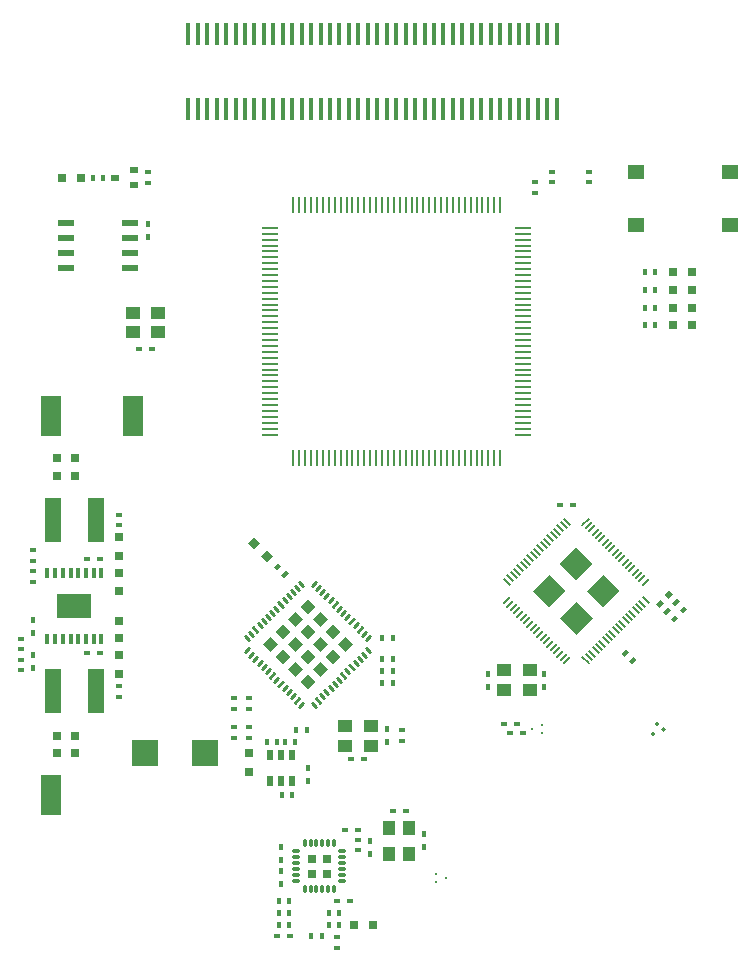
<source format=gbr>
G04 #@! TF.FileFunction,Paste,Top*
%FSLAX46Y46*%
G04 Gerber Fmt 4.6, Leading zero omitted, Abs format (unit mm)*
G04 Created by KiCad (PCBNEW 4.0.7) date 03/16/19 17:50:55*
%MOMM*%
%LPD*%
G01*
G04 APERTURE LIST*
%ADD10C,0.100000*%
%ADD11C,0.225000*%
%ADD12R,0.360000X1.890000*%
%ADD13R,0.450000X0.540000*%
%ADD14C,0.180000*%
%ADD15R,0.720000X0.675000*%
%ADD16R,0.540000X0.450000*%
%ADD17R,0.675000X0.720000*%
%ADD18R,0.720000X0.720000*%
%ADD19R,1.350000X3.780000*%
%ADD20R,0.720000X0.540000*%
%ADD21R,0.540000X0.360000*%
%ADD22R,0.360000X0.540000*%
%ADD23R,0.270000X0.270000*%
%ADD24R,0.405000X0.945000*%
%ADD25R,3.000000X2.040000*%
%ADD26R,0.585000X0.954000*%
%ADD27R,1.395000X0.540000*%
%ADD28R,1.395000X0.270000*%
%ADD29R,0.270000X1.395000*%
%ADD30R,1.170000X0.990000*%
%ADD31R,1.260000X1.080000*%
%ADD32R,1.080000X1.260000*%
%ADD33O,0.270000X0.765000*%
%ADD34O,0.765000X0.270000*%
%ADD35R,0.780000X0.780000*%
%ADD36R,2.295000X2.250000*%
%ADD37R,1.395000X1.170000*%
%ADD38R,1.800000X3.420000*%
G04 APERTURE END LIST*
D10*
G36*
X138431623Y-106500000D02*
X139068019Y-105863604D01*
X139704415Y-106500000D01*
X139068019Y-107136396D01*
X138431623Y-106500000D01*
X138431623Y-106500000D01*
G37*
G36*
X139492284Y-105439340D02*
X140128680Y-104802944D01*
X140765076Y-105439340D01*
X140128680Y-106075736D01*
X139492284Y-105439340D01*
X139492284Y-105439340D01*
G37*
G36*
X139492284Y-107560660D02*
X140128680Y-106924264D01*
X140765076Y-107560660D01*
X140128680Y-108197056D01*
X139492284Y-107560660D01*
X139492284Y-107560660D01*
G37*
G36*
X140552944Y-106500000D02*
X141189340Y-105863604D01*
X141825736Y-106500000D01*
X141189340Y-107136396D01*
X140552944Y-106500000D01*
X140552944Y-106500000D01*
G37*
G36*
X141613604Y-103318019D02*
X142250000Y-102681623D01*
X142886396Y-103318019D01*
X142250000Y-103954415D01*
X141613604Y-103318019D01*
X141613604Y-103318019D01*
G37*
G36*
X140552944Y-104378680D02*
X141189340Y-103742284D01*
X141825736Y-104378680D01*
X141189340Y-105015076D01*
X140552944Y-104378680D01*
X140552944Y-104378680D01*
G37*
G36*
X141613604Y-105439340D02*
X142250000Y-104802944D01*
X142886396Y-105439340D01*
X142250000Y-106075736D01*
X141613604Y-105439340D01*
X141613604Y-105439340D01*
G37*
G36*
X142674264Y-104378680D02*
X143310660Y-103742284D01*
X143947056Y-104378680D01*
X143310660Y-105015076D01*
X142674264Y-104378680D01*
X142674264Y-104378680D01*
G37*
G36*
X143734924Y-107560660D02*
X144371320Y-106924264D01*
X145007716Y-107560660D01*
X144371320Y-108197056D01*
X143734924Y-107560660D01*
X143734924Y-107560660D01*
G37*
G36*
X144795585Y-106500000D02*
X145431981Y-105863604D01*
X146068377Y-106500000D01*
X145431981Y-107136396D01*
X144795585Y-106500000D01*
X144795585Y-106500000D01*
G37*
G36*
X143734924Y-105439340D02*
X144371320Y-104802944D01*
X145007716Y-105439340D01*
X144371320Y-106075736D01*
X143734924Y-105439340D01*
X143734924Y-105439340D01*
G37*
G36*
X142674264Y-106500000D02*
X143310660Y-105863604D01*
X143947056Y-106500000D01*
X143310660Y-107136396D01*
X142674264Y-106500000D01*
X142674264Y-106500000D01*
G37*
G36*
X142674264Y-108621320D02*
X143310660Y-107984924D01*
X143947056Y-108621320D01*
X143310660Y-109257716D01*
X142674264Y-108621320D01*
X142674264Y-108621320D01*
G37*
G36*
X141613604Y-109681981D02*
X142250000Y-109045585D01*
X142886396Y-109681981D01*
X142250000Y-110318377D01*
X141613604Y-109681981D01*
X141613604Y-109681981D01*
G37*
G36*
X140552944Y-108621320D02*
X141189340Y-107984924D01*
X141825736Y-108621320D01*
X141189340Y-109257716D01*
X140552944Y-108621320D01*
X140552944Y-108621320D01*
G37*
D11*
X142955339Y-111801533D02*
X142605321Y-111451515D01*
X143308892Y-111447980D02*
X142958874Y-111097962D01*
X143662446Y-111094426D02*
X143312428Y-110744408D01*
X144015999Y-110740873D02*
X143665981Y-110390855D01*
X144369553Y-110387320D02*
X144019535Y-110037302D01*
X144723106Y-110033766D02*
X144373088Y-109683748D01*
X145076659Y-109680213D02*
X144726641Y-109330195D01*
X145430213Y-109326659D02*
X145080195Y-108976641D01*
X145783766Y-108973106D02*
X145433748Y-108623088D01*
X146137320Y-108619553D02*
X145787302Y-108269535D01*
X146490873Y-108265999D02*
X146140855Y-107915981D01*
X146844426Y-107912446D02*
X146494408Y-107562428D01*
X147197980Y-107558892D02*
X146847962Y-107208874D01*
X147551533Y-107205339D02*
X147201515Y-106855321D01*
X147551533Y-105794661D02*
X147201515Y-106144679D01*
X147197980Y-105441108D02*
X146847962Y-105791126D01*
X146844426Y-105087554D02*
X146494408Y-105437572D01*
X146490873Y-104734001D02*
X146140855Y-105084019D01*
X146137320Y-104380447D02*
X145787302Y-104730465D01*
X145783766Y-104026894D02*
X145433748Y-104376912D01*
X145430213Y-103673341D02*
X145080195Y-104023359D01*
X145076659Y-103319787D02*
X144726641Y-103669805D01*
X144723106Y-102966234D02*
X144373088Y-103316252D01*
X144369553Y-102612680D02*
X144019535Y-102962698D01*
X144015999Y-102259127D02*
X143665981Y-102609145D01*
X143662446Y-101905574D02*
X143312428Y-102255592D01*
X143308892Y-101552020D02*
X142958874Y-101902038D01*
X142955339Y-101198467D02*
X142605321Y-101548485D01*
X141894679Y-101548485D02*
X141544661Y-101198467D01*
X141541126Y-101902038D02*
X141191108Y-101552020D01*
X141187572Y-102255592D02*
X140837554Y-101905574D01*
X140834019Y-102609145D02*
X140484001Y-102259127D01*
X140480465Y-102962698D02*
X140130447Y-102612680D01*
X140126912Y-103316252D02*
X139776894Y-102966234D01*
X139773359Y-103669805D02*
X139423341Y-103319787D01*
X139419805Y-104023359D02*
X139069787Y-103673341D01*
X139066252Y-104376912D02*
X138716234Y-104026894D01*
X138712698Y-104730465D02*
X138362680Y-104380447D01*
X138359145Y-105084019D02*
X138009127Y-104734001D01*
X138005592Y-105437572D02*
X137655574Y-105087554D01*
X137652038Y-105791126D02*
X137302020Y-105441108D01*
X137298485Y-106144679D02*
X136948467Y-105794661D01*
X137298485Y-106855321D02*
X136948467Y-107205339D01*
X137652038Y-107208874D02*
X137302020Y-107558892D01*
X138005592Y-107562428D02*
X137655574Y-107912446D01*
X138359145Y-107915981D02*
X138009127Y-108265999D01*
X138712698Y-108269535D02*
X138362680Y-108619553D01*
X139066252Y-108623088D02*
X138716234Y-108973106D01*
X139419805Y-108976641D02*
X139069787Y-109326659D01*
X139773359Y-109330195D02*
X139423341Y-109680213D01*
X140126912Y-109683748D02*
X139776894Y-110033766D01*
X140480465Y-110037302D02*
X140130447Y-110387320D01*
X140834019Y-110390855D02*
X140484001Y-110740873D01*
X141187572Y-110744408D02*
X140837554Y-111094426D01*
X141541126Y-111097962D02*
X141191108Y-111447980D01*
X141894679Y-111451515D02*
X141544661Y-111801533D01*
D10*
G36*
X141613604Y-107560660D02*
X142250000Y-106924264D01*
X142886396Y-107560660D01*
X142250000Y-108197056D01*
X141613604Y-107560660D01*
X141613604Y-107560660D01*
G37*
D12*
X147350000Y-61150000D03*
X148150000Y-61150000D03*
X146550000Y-61150000D03*
X145750000Y-61150000D03*
X144950000Y-61150000D03*
X144150000Y-61150000D03*
X143350000Y-61150000D03*
X142550000Y-61150000D03*
X141750000Y-61150000D03*
X140950000Y-61150000D03*
X140150000Y-61150000D03*
X139350000Y-61150000D03*
X138550000Y-61150000D03*
X137750000Y-61150000D03*
X136950000Y-61150000D03*
X136150000Y-61150000D03*
X135350000Y-61150000D03*
X134550000Y-61150000D03*
X133750000Y-61150000D03*
X132950000Y-61150000D03*
X132150000Y-61150000D03*
X148950000Y-61150000D03*
X149750000Y-61150000D03*
X150550000Y-61150000D03*
X151350000Y-61150000D03*
X152150000Y-61150000D03*
X152950000Y-61150000D03*
X153750000Y-61150000D03*
X154550000Y-61150000D03*
X155350000Y-61150000D03*
X156150000Y-61150000D03*
X156950000Y-61150000D03*
X157750000Y-61150000D03*
X158550000Y-61150000D03*
X159350000Y-61150000D03*
X160150000Y-61150000D03*
X160950000Y-61150000D03*
X161750000Y-61150000D03*
X162550000Y-61150000D03*
X163350000Y-61150000D03*
X163350000Y-54850000D03*
X162550000Y-54850000D03*
X161750000Y-54850000D03*
X160950000Y-54850000D03*
X160150000Y-54850000D03*
X159350000Y-54850000D03*
X158550000Y-54850000D03*
X157750000Y-54850000D03*
X156950000Y-54850000D03*
X156150000Y-54850000D03*
X155350000Y-54850000D03*
X154550000Y-54850000D03*
X153750000Y-54850000D03*
X152950000Y-54850000D03*
X152150000Y-54850000D03*
X151350000Y-54850000D03*
X150550000Y-54850000D03*
X149750000Y-54850000D03*
X148950000Y-54850000D03*
X148150000Y-54850000D03*
X147350000Y-54850000D03*
X146550000Y-54850000D03*
X145750000Y-54850000D03*
X144950000Y-54850000D03*
X144150000Y-54850000D03*
X143350000Y-54850000D03*
X142550000Y-54850000D03*
X141750000Y-54850000D03*
X140950000Y-54850000D03*
X140150000Y-54850000D03*
X139350000Y-54850000D03*
X138550000Y-54850000D03*
X137750000Y-54850000D03*
X136950000Y-54850000D03*
X136150000Y-54850000D03*
X135350000Y-54850000D03*
X134550000Y-54850000D03*
X133750000Y-54850000D03*
X132950000Y-54850000D03*
X132150000Y-54850000D03*
D13*
X152100000Y-123700000D03*
X152100000Y-122600000D03*
D10*
G36*
X165000000Y-102901561D02*
X166396536Y-104298097D01*
X165000000Y-105694633D01*
X163603464Y-104298097D01*
X165000000Y-102901561D01*
X165000000Y-102901561D01*
G37*
G36*
X162701903Y-100603464D02*
X164098439Y-102000000D01*
X162701903Y-103396536D01*
X161305367Y-102000000D01*
X162701903Y-100603464D01*
X162701903Y-100603464D01*
G37*
G36*
X165000000Y-98305367D02*
X166396536Y-99701903D01*
X165000000Y-101098439D01*
X163603464Y-99701903D01*
X165000000Y-98305367D01*
X165000000Y-98305367D01*
G37*
D14*
X158876456Y-103032375D02*
X159385572Y-102523259D01*
X159159298Y-103315218D02*
X159668414Y-102806102D01*
X159442141Y-103598061D02*
X159951257Y-103088945D01*
X159724984Y-103880904D02*
X160234100Y-103371788D01*
X160007827Y-104163746D02*
X160516943Y-103654630D01*
X160290669Y-104446589D02*
X160799785Y-103937473D01*
X160573512Y-104729432D02*
X161082628Y-104220316D01*
X160856355Y-105012274D02*
X161365471Y-104503158D01*
X161139197Y-105295117D02*
X161648313Y-104786001D01*
X161422040Y-105577960D02*
X161931156Y-105068844D01*
X161704883Y-105860803D02*
X162213999Y-105351687D01*
X161987726Y-106143645D02*
X162496842Y-105634529D01*
X162270568Y-106426488D02*
X162779684Y-105917372D01*
X162553411Y-106709331D02*
X163062527Y-106200215D01*
X162836254Y-106992173D02*
X163345370Y-106483057D01*
X163119096Y-107275016D02*
X163628212Y-106765900D01*
X163401939Y-107557859D02*
X163911055Y-107048743D01*
X163684782Y-107840702D02*
X164193898Y-107331586D01*
X163967625Y-108123544D02*
X164476741Y-107614428D01*
X166032375Y-108123544D02*
X165523259Y-107614428D01*
X166315218Y-107840702D02*
X165806102Y-107331586D01*
X166598061Y-107557859D02*
X166088945Y-107048743D01*
X166880904Y-107275016D02*
X166371788Y-106765900D01*
X167163746Y-106992173D02*
X166654630Y-106483057D01*
X167446589Y-106709331D02*
X166937473Y-106200215D01*
X167729432Y-106426488D02*
X167220316Y-105917372D01*
X168012274Y-106143645D02*
X167503158Y-105634529D01*
X168295117Y-105860803D02*
X167786001Y-105351687D01*
X168577960Y-105577960D02*
X168068844Y-105068844D01*
X168860803Y-105295117D02*
X168351687Y-104786001D01*
X169143645Y-105012274D02*
X168634529Y-104503158D01*
X169426488Y-104729432D02*
X168917372Y-104220316D01*
X169709331Y-104446589D02*
X169200215Y-103937473D01*
X169992173Y-104163746D02*
X169483057Y-103654630D01*
X170275016Y-103880904D02*
X169765900Y-103371788D01*
X170557859Y-103598061D02*
X170048743Y-103088945D01*
X170840702Y-103315218D02*
X170331586Y-102806102D01*
X171123544Y-103032375D02*
X170614428Y-102523259D01*
X170614428Y-101476741D02*
X171123544Y-100967625D01*
X170331586Y-101193898D02*
X170840702Y-100684782D01*
X170048743Y-100911055D02*
X170557859Y-100401939D01*
X169765900Y-100628212D02*
X170275016Y-100119096D01*
X169483057Y-100345370D02*
X169992173Y-99836254D01*
X169200215Y-100062527D02*
X169709331Y-99553411D01*
X168917372Y-99779684D02*
X169426488Y-99270568D01*
X168634529Y-99496842D02*
X169143645Y-98987726D01*
X168351687Y-99213999D02*
X168860803Y-98704883D01*
X168068844Y-98931156D02*
X168577960Y-98422040D01*
X167786001Y-98648313D02*
X168295117Y-98139197D01*
X167503158Y-98365471D02*
X168012274Y-97856355D01*
X167220316Y-98082628D02*
X167729432Y-97573512D01*
X166937473Y-97799785D02*
X167446589Y-97290669D01*
X166654630Y-97516943D02*
X167163746Y-97007827D01*
X166371788Y-97234100D02*
X166880904Y-96724984D01*
X166088945Y-96951257D02*
X166598061Y-96442141D01*
X165806102Y-96668414D02*
X166315218Y-96159298D01*
X165523259Y-96385572D02*
X166032375Y-95876456D01*
X164476741Y-96385572D02*
X163967625Y-95876456D01*
X164193898Y-96668414D02*
X163684782Y-96159298D01*
X163911055Y-96951257D02*
X163401939Y-96442141D01*
X163628212Y-97234100D02*
X163119096Y-96724984D01*
X163345370Y-97516943D02*
X162836254Y-97007827D01*
X163062527Y-97799785D02*
X162553411Y-97290669D01*
X162779684Y-98082628D02*
X162270568Y-97573512D01*
X162496842Y-98365471D02*
X161987726Y-97856355D01*
X162213999Y-98648313D02*
X161704883Y-98139197D01*
X161931156Y-98931156D02*
X161422040Y-98422040D01*
X161648313Y-99213999D02*
X161139197Y-98704883D01*
X161365471Y-99496842D02*
X160856355Y-98987726D01*
X161082628Y-99779684D02*
X160573512Y-99270568D01*
X160799785Y-100062527D02*
X160290669Y-99553411D01*
X160516943Y-100345370D02*
X160007827Y-99836254D01*
X160234100Y-100628212D02*
X159724984Y-100119096D01*
X159951257Y-100911055D02*
X159442141Y-100401939D01*
X159668414Y-101193898D02*
X159159298Y-100684782D01*
X159385572Y-101476741D02*
X158876456Y-100967625D01*
D10*
G36*
X167298097Y-100603464D02*
X168694633Y-102000000D01*
X167298097Y-103396536D01*
X165901561Y-102000000D01*
X167298097Y-100603464D01*
X167298097Y-100603464D01*
G37*
D15*
X122550000Y-90750000D03*
X121050000Y-90750000D03*
X122550000Y-92250000D03*
X121050000Y-92250000D03*
D13*
X119000000Y-108550000D03*
X119000000Y-107450000D03*
D16*
X123550000Y-99250000D03*
X124650000Y-99250000D03*
D17*
X126250000Y-102000000D03*
X126250000Y-100500000D03*
X126250000Y-104500000D03*
X126250000Y-106000000D03*
D15*
X122550000Y-115750000D03*
X121050000Y-115750000D03*
X122550000Y-114250000D03*
X121050000Y-114250000D03*
D16*
X123550000Y-107250000D03*
X124650000Y-107250000D03*
D13*
X119000000Y-105550000D03*
X119000000Y-104450000D03*
D10*
G36*
X172029271Y-103428927D02*
X171711073Y-103110729D01*
X172092911Y-102728891D01*
X172411109Y-103047089D01*
X172029271Y-103428927D01*
X172029271Y-103428927D01*
G37*
G36*
X172807089Y-102651109D02*
X172488891Y-102332911D01*
X172870729Y-101951073D01*
X173188927Y-102269271D01*
X172807089Y-102651109D01*
X172807089Y-102651109D01*
G37*
D16*
X163620000Y-94730000D03*
X164720000Y-94730000D03*
X159400000Y-114050000D03*
X160500000Y-114050000D03*
X158850000Y-113300000D03*
X159950000Y-113300000D03*
D13*
X162300000Y-109000000D03*
X162300000Y-110100000D03*
X157500000Y-110100000D03*
X157500000Y-109000000D03*
X142250000Y-118050000D03*
X142250000Y-116950000D03*
D16*
X145950000Y-116250000D03*
X147050000Y-116250000D03*
D13*
X149000000Y-113700000D03*
X149000000Y-114800000D03*
X128750000Y-70950000D03*
X128750000Y-72050000D03*
D16*
X127950000Y-81500000D03*
X129050000Y-81500000D03*
D13*
X140000000Y-124800000D03*
X140000000Y-123700000D03*
D16*
X144700000Y-128250000D03*
X145800000Y-128250000D03*
X145450000Y-122250000D03*
X146550000Y-122250000D03*
X139700000Y-131250000D03*
X140800000Y-131250000D03*
X149450000Y-120650000D03*
X150550000Y-120650000D03*
D13*
X140000000Y-125700000D03*
X140000000Y-126800000D03*
X147500000Y-124300000D03*
X147500000Y-123200000D03*
D18*
X126250000Y-99050000D03*
X126250000Y-97450000D03*
X126250000Y-107450000D03*
X126250000Y-109050000D03*
X137250000Y-117300000D03*
X137250000Y-115700000D03*
D10*
G36*
X137175198Y-97934315D02*
X137684315Y-97425198D01*
X138193432Y-97934315D01*
X137684315Y-98443432D01*
X137175198Y-97934315D01*
X137175198Y-97934315D01*
G37*
G36*
X138306568Y-99065685D02*
X138815685Y-98556568D01*
X139324802Y-99065685D01*
X138815685Y-99574802D01*
X138306568Y-99065685D01*
X138306568Y-99065685D01*
G37*
D18*
X121450000Y-67000000D03*
X123050000Y-67000000D03*
X146200000Y-130250000D03*
X147800000Y-130250000D03*
D19*
X120700000Y-96000000D03*
X124300000Y-96000000D03*
X120700000Y-110500000D03*
X124300000Y-110500000D03*
D20*
X127550000Y-67650000D03*
X127550000Y-66350000D03*
X125950000Y-67000000D03*
D21*
X119000000Y-98550000D03*
X119000000Y-99450000D03*
X119000000Y-100300000D03*
X119000000Y-101200000D03*
X126250000Y-96450000D03*
X126250000Y-95550000D03*
X126250000Y-110050000D03*
X126250000Y-110950000D03*
X118000000Y-108700000D03*
X118000000Y-107800000D03*
X118000000Y-106950000D03*
X118000000Y-106050000D03*
D10*
G36*
X168863604Y-107295442D02*
X169245442Y-106913604D01*
X169500000Y-107168162D01*
X169118162Y-107550000D01*
X168863604Y-107295442D01*
X168863604Y-107295442D01*
G37*
G36*
X169500000Y-107931838D02*
X169881838Y-107550000D01*
X170136396Y-107804558D01*
X169754558Y-108186396D01*
X169500000Y-107931838D01*
X169500000Y-107931838D01*
G37*
G36*
X172363604Y-103745442D02*
X172745442Y-103363604D01*
X173000000Y-103618162D01*
X172618162Y-104000000D01*
X172363604Y-103745442D01*
X172363604Y-103745442D01*
G37*
G36*
X173000000Y-104381838D02*
X173381838Y-104000000D01*
X173636396Y-104254558D01*
X173254558Y-104636396D01*
X173000000Y-104381838D01*
X173000000Y-104381838D01*
G37*
G36*
X174386396Y-103504558D02*
X174004558Y-103886396D01*
X173750000Y-103631838D01*
X174131838Y-103250000D01*
X174386396Y-103504558D01*
X174386396Y-103504558D01*
G37*
G36*
X173750000Y-102868162D02*
X173368162Y-103250000D01*
X173113604Y-102995442D01*
X173495442Y-102613604D01*
X173750000Y-102868162D01*
X173750000Y-102868162D01*
G37*
D22*
X149450000Y-108750000D03*
X148550000Y-108750000D03*
X149450000Y-107750000D03*
X148550000Y-107750000D03*
X149450000Y-106000000D03*
X148550000Y-106000000D03*
D21*
X166100000Y-66500000D03*
X166100000Y-67400000D03*
D22*
X148550000Y-109750000D03*
X149450000Y-109750000D03*
D21*
X150250000Y-113800000D03*
X150250000Y-114700000D03*
D22*
X141200000Y-114750000D03*
X140300000Y-114750000D03*
X141300000Y-113750000D03*
X142200000Y-113750000D03*
X140950000Y-119250000D03*
X140050000Y-119250000D03*
D21*
X136000000Y-113550000D03*
X136000000Y-114450000D03*
D22*
X138800000Y-114750000D03*
X139700000Y-114750000D03*
D21*
X136000000Y-111050000D03*
X136000000Y-111950000D03*
X137250000Y-114450000D03*
X137250000Y-113550000D03*
D10*
G36*
X139363604Y-99995442D02*
X139745442Y-99613604D01*
X140000000Y-99868162D01*
X139618162Y-100250000D01*
X139363604Y-99995442D01*
X139363604Y-99995442D01*
G37*
G36*
X140000000Y-100631838D02*
X140381838Y-100250000D01*
X140636396Y-100504558D01*
X140254558Y-100886396D01*
X140000000Y-100631838D01*
X140000000Y-100631838D01*
G37*
D22*
X124050000Y-67000000D03*
X124950000Y-67000000D03*
D21*
X162900000Y-67400000D03*
X162900000Y-66500000D03*
X161500000Y-67400000D03*
X161500000Y-68300000D03*
X128750000Y-66550000D03*
X128750000Y-67450000D03*
D22*
X139800000Y-130250000D03*
X140700000Y-130250000D03*
D21*
X144750000Y-132200000D03*
X144750000Y-131300000D03*
D22*
X139800000Y-128250000D03*
X140700000Y-128250000D03*
X143450000Y-131250000D03*
X142550000Y-131250000D03*
X144050000Y-130250000D03*
X144950000Y-130250000D03*
X139800000Y-129250000D03*
X140700000Y-129250000D03*
X144950000Y-129250000D03*
X144050000Y-129250000D03*
D21*
X146500000Y-123950000D03*
X146500000Y-123050000D03*
D23*
X153100000Y-125975000D03*
X153100000Y-126675000D03*
X153950000Y-126325000D03*
D24*
X124775000Y-100475000D03*
X124125000Y-100475000D03*
X123475000Y-100475000D03*
X122825000Y-100475000D03*
X122175000Y-100475000D03*
X121525000Y-100475000D03*
X120875000Y-100475000D03*
X120225000Y-100475000D03*
X120225000Y-106025000D03*
X120875000Y-106025000D03*
X121525000Y-106025000D03*
X122175000Y-106025000D03*
X122825000Y-106025000D03*
X123475000Y-106025000D03*
X124125000Y-106025000D03*
X124775000Y-106025000D03*
D25*
X122500000Y-103250000D03*
D26*
X140950000Y-115900000D03*
X140000000Y-115900000D03*
X139050000Y-115900000D03*
X139050000Y-118100000D03*
X140950000Y-118100000D03*
X140000000Y-118100000D03*
D27*
X121800000Y-70845000D03*
X121800000Y-72115000D03*
X121800000Y-73385000D03*
X121800000Y-74655000D03*
X127200000Y-74655000D03*
X127200000Y-73385000D03*
X127200000Y-72115000D03*
X127200000Y-70845000D03*
D28*
X160500000Y-88750000D03*
X160500000Y-88250000D03*
X160500000Y-87750000D03*
X160500000Y-87250000D03*
X160500000Y-86750000D03*
X160500000Y-86250000D03*
X160500000Y-85750000D03*
X160500000Y-85250000D03*
X160500000Y-84750000D03*
X160500000Y-84250000D03*
X160500000Y-83750000D03*
X160500000Y-83250000D03*
X160500000Y-82750000D03*
X160500000Y-82250000D03*
X160500000Y-81750000D03*
X160500000Y-81250000D03*
X160500000Y-80750000D03*
X160500000Y-80250000D03*
X160500000Y-79750000D03*
X160500000Y-79250000D03*
X160500000Y-78750000D03*
X160500000Y-78250000D03*
X160500000Y-77750000D03*
X160500000Y-77250000D03*
X160500000Y-76750000D03*
X160500000Y-76250000D03*
X160500000Y-75750000D03*
X160500000Y-75250000D03*
X160500000Y-74750000D03*
X160500000Y-74250000D03*
X160500000Y-73750000D03*
X160500000Y-73250000D03*
X160500000Y-72750000D03*
X160500000Y-72250000D03*
X160500000Y-71750000D03*
X160500000Y-71250000D03*
D29*
X158550000Y-69300000D03*
X158050000Y-69300000D03*
X157550000Y-69300000D03*
X157050000Y-69300000D03*
X156550000Y-69300000D03*
X156050000Y-69300000D03*
X155550000Y-69300000D03*
X155050000Y-69300000D03*
X154550000Y-69300000D03*
X154050000Y-69300000D03*
X153550000Y-69300000D03*
X153050000Y-69300000D03*
X152550000Y-69300000D03*
X152050000Y-69300000D03*
X151550000Y-69300000D03*
X151050000Y-69300000D03*
X150550000Y-69300000D03*
X150050000Y-69300000D03*
X149550000Y-69300000D03*
X149050000Y-69300000D03*
X148550000Y-69300000D03*
X148050000Y-69300000D03*
X147550000Y-69300000D03*
X147050000Y-69300000D03*
X146550000Y-69300000D03*
X146050000Y-69300000D03*
X145550000Y-69300000D03*
X145050000Y-69300000D03*
X144550000Y-69300000D03*
X144050000Y-69300000D03*
X143550000Y-69300000D03*
X143050000Y-69300000D03*
X142550000Y-69300000D03*
X142050000Y-69300000D03*
X141550000Y-69300000D03*
X141050000Y-69300000D03*
D28*
X139100000Y-71250000D03*
X139100000Y-71750000D03*
X139100000Y-72250000D03*
X139100000Y-72750000D03*
X139100000Y-73250000D03*
X139100000Y-73750000D03*
X139100000Y-74250000D03*
X139100000Y-74750000D03*
X139100000Y-75250000D03*
X139100000Y-75750000D03*
X139100000Y-76250000D03*
X139100000Y-76750000D03*
X139100000Y-77250000D03*
X139100000Y-77750000D03*
X139100000Y-78250000D03*
X139100000Y-78750000D03*
X139100000Y-79250000D03*
X139100000Y-79750000D03*
X139100000Y-80250000D03*
X139100000Y-80750000D03*
X139100000Y-81250000D03*
X139100000Y-81750000D03*
X139100000Y-82250000D03*
X139100000Y-82750000D03*
X139100000Y-83250000D03*
X139100000Y-83750000D03*
X139100000Y-84250000D03*
X139100000Y-84750000D03*
X139100000Y-85250000D03*
X139100000Y-85750000D03*
X139100000Y-86250000D03*
X139100000Y-86750000D03*
X139100000Y-87250000D03*
X139100000Y-87750000D03*
X139100000Y-88250000D03*
X139100000Y-88750000D03*
D29*
X141050000Y-90700000D03*
X141550000Y-90700000D03*
X142050000Y-90700000D03*
X142550000Y-90700000D03*
X143050000Y-90700000D03*
X143550000Y-90700000D03*
X144050000Y-90700000D03*
X144550000Y-90700000D03*
X145050000Y-90700000D03*
X145550000Y-90700000D03*
X146050000Y-90700000D03*
X146550000Y-90700000D03*
X147050000Y-90700000D03*
X147550000Y-90700000D03*
X148050000Y-90700000D03*
X148550000Y-90700000D03*
X149050000Y-90700000D03*
X149550000Y-90700000D03*
X150050000Y-90700000D03*
X150550000Y-90700000D03*
X151050000Y-90700000D03*
X151550000Y-90700000D03*
X152050000Y-90700000D03*
X152550000Y-90700000D03*
X153050000Y-90700000D03*
X153550000Y-90700000D03*
X154050000Y-90700000D03*
X154550000Y-90700000D03*
X155050000Y-90700000D03*
X155550000Y-90700000D03*
X156050000Y-90700000D03*
X156550000Y-90700000D03*
X157050000Y-90700000D03*
X157550000Y-90700000D03*
X158050000Y-90700000D03*
X158550000Y-90700000D03*
D30*
X127450000Y-80075000D03*
X129550000Y-80075000D03*
X129550000Y-78425000D03*
X127450000Y-78425000D03*
D31*
X158900000Y-110400000D03*
X161100000Y-110400000D03*
X161100000Y-108700000D03*
X158900000Y-108700000D03*
X147600000Y-113400000D03*
X145400000Y-113400000D03*
X145400000Y-115100000D03*
X147600000Y-115100000D03*
D32*
X149165166Y-122065292D03*
X149165166Y-124265292D03*
X150865166Y-124265292D03*
X150865166Y-122065292D03*
D21*
X137250000Y-111950000D03*
X137250000Y-111050000D03*
D23*
X162075000Y-114025000D03*
X162075000Y-113325000D03*
X161225000Y-113675000D03*
D10*
G36*
X172557304Y-113717087D02*
X172366385Y-113908006D01*
X172175466Y-113717087D01*
X172366385Y-113526168D01*
X172557304Y-113717087D01*
X172557304Y-113717087D01*
G37*
G36*
X172062329Y-113222112D02*
X171871410Y-113413031D01*
X171680491Y-113222112D01*
X171871410Y-113031193D01*
X172062329Y-113222112D01*
X172062329Y-113222112D01*
G37*
G36*
X171708776Y-114070640D02*
X171517857Y-114261559D01*
X171326938Y-114070640D01*
X171517857Y-113879721D01*
X171708776Y-114070640D01*
X171708776Y-114070640D01*
G37*
D18*
X173200000Y-79500000D03*
X174800000Y-79500000D03*
X173200000Y-78000000D03*
X174800000Y-78000000D03*
X173200000Y-76500000D03*
X174800000Y-76500000D03*
X173200000Y-75000000D03*
X174800000Y-75000000D03*
D22*
X170800000Y-79500000D03*
X171700000Y-79500000D03*
X170800000Y-78000000D03*
X171700000Y-78000000D03*
X170800000Y-76500000D03*
X171700000Y-76500000D03*
X170800000Y-75000000D03*
X171700000Y-75000000D03*
D33*
X144500000Y-123350000D03*
X144000000Y-123350000D03*
X143500000Y-123350000D03*
X143000000Y-123350000D03*
X142500000Y-123350000D03*
X142000000Y-123350000D03*
D34*
X141300000Y-124050000D03*
X141300000Y-124550000D03*
X141300000Y-125050000D03*
X141300000Y-125550000D03*
X141300000Y-126050000D03*
X141300000Y-126550000D03*
D33*
X142000000Y-127250000D03*
X142500000Y-127250000D03*
X143000000Y-127250000D03*
X143500000Y-127250000D03*
X144000000Y-127250000D03*
X144500000Y-127250000D03*
D34*
X145200000Y-126550000D03*
X145200000Y-126050000D03*
X145200000Y-125550000D03*
X145200000Y-125050000D03*
X145200000Y-124550000D03*
X145200000Y-124050000D03*
D35*
X142600000Y-125950000D03*
X143900000Y-125950000D03*
X142600000Y-124650000D03*
X143900000Y-124650000D03*
D36*
X128475000Y-115750000D03*
X133525000Y-115750000D03*
D37*
X170020000Y-71000000D03*
X170020000Y-66500000D03*
X177980000Y-66500000D03*
X177980000Y-71000000D03*
D38*
X120500000Y-87200000D03*
X127450000Y-87200000D03*
X120500000Y-119250000D03*
M02*

</source>
